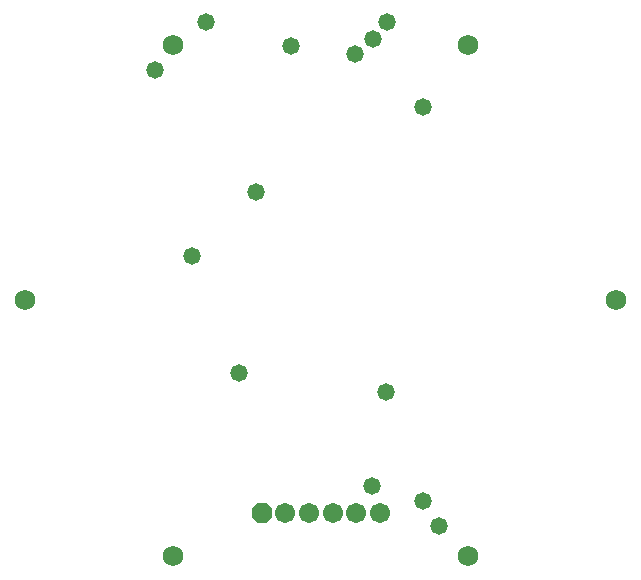
<source format=gbs>
G04 Layer_Color=8150272*
%FSLAX24Y24*%
%MOIN*%
G70*
G01*
G75*
%ADD35C,0.0680*%
%ADD36C,0.0671*%
%ADD37P,0.0726X8X202.5*%
%ADD38C,0.0580*%
D35*
X28543Y32146D02*
D03*
X33465Y23622D02*
D03*
X18701Y32146D02*
D03*
X13780Y23622D02*
D03*
X28543Y15098D02*
D03*
X18701D02*
D03*
D36*
X25591Y16535D02*
D03*
X24803D02*
D03*
X24016D02*
D03*
X23228D02*
D03*
X22441D02*
D03*
D37*
X21654D02*
D03*
D38*
X27047Y30079D02*
D03*
X24774Y31840D02*
D03*
X19810Y32900D02*
D03*
X25819D02*
D03*
X20900Y21210D02*
D03*
X25325Y17420D02*
D03*
X27020Y16940D02*
D03*
X22630Y32090D02*
D03*
X18110Y31310D02*
D03*
X25370Y32320D02*
D03*
X21470Y27230D02*
D03*
X19330Y25090D02*
D03*
X27550Y16100D02*
D03*
X25810Y20560D02*
D03*
M02*

</source>
